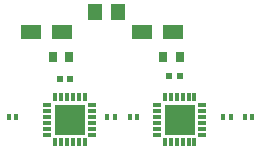
<source format=gtp>
G04*
G04 #@! TF.GenerationSoftware,Altium Limited,Altium Designer,24.9.1 (31)*
G04*
G04 Layer_Color=8421504*
%FSLAX44Y44*%
%MOMM*%
G71*
G04*
G04 #@! TF.SameCoordinates,74FA2723-76CF-4406-9281-C9FC91C6961B*
G04*
G04*
G04 #@! TF.FilePolarity,Positive*
G04*
G01*
G75*
%ADD13R,2.5000X2.5000*%
%ADD14R,0.3500X0.7000*%
%ADD15R,0.7000X0.3500*%
%ADD16R,0.4000X0.5379*%
%ADD17R,1.2850X1.4700*%
%ADD18R,2.5500X2.5500*%
%ADD19R,0.7500X0.9400*%
%ADD20R,0.6000X0.6200*%
%ADD21R,1.8000X1.2500*%
D13*
X75987Y69501D02*
D03*
X169000Y69501D02*
D03*
D14*
X63487Y88501D02*
D03*
X68487D02*
D03*
X73487D02*
D03*
X78487D02*
D03*
X83487D02*
D03*
X88487D02*
D03*
Y50501D02*
D03*
X83487D02*
D03*
X78487D02*
D03*
X73487D02*
D03*
X68487D02*
D03*
X63487D02*
D03*
X156500Y88501D02*
D03*
X161500D02*
D03*
X166500D02*
D03*
X171500D02*
D03*
X176500D02*
D03*
X181500D02*
D03*
Y50501D02*
D03*
X176500D02*
D03*
X171500D02*
D03*
X166500D02*
D03*
X161500D02*
D03*
X156500D02*
D03*
X63487Y88501D02*
D03*
X68487D02*
D03*
X73487D02*
D03*
X78487D02*
D03*
X83487D02*
D03*
X88487Y50501D02*
D03*
X83487D02*
D03*
X78487D02*
D03*
X73487D02*
D03*
X68487D02*
D03*
X63487D02*
D03*
X88487Y88501D02*
D03*
X156500Y88501D02*
D03*
X161500D02*
D03*
X166500D02*
D03*
X171500D02*
D03*
X176500D02*
D03*
X181500Y50501D02*
D03*
X176500D02*
D03*
X171500D02*
D03*
X166500D02*
D03*
X161500D02*
D03*
X156500D02*
D03*
X181500Y88501D02*
D03*
D15*
X94987Y82001D02*
D03*
Y77001D02*
D03*
Y72001D02*
D03*
Y67001D02*
D03*
Y62001D02*
D03*
Y57001D02*
D03*
X56987D02*
D03*
Y62001D02*
D03*
Y67001D02*
D03*
Y72001D02*
D03*
Y77001D02*
D03*
Y82001D02*
D03*
X188000Y82001D02*
D03*
Y77001D02*
D03*
Y72001D02*
D03*
Y67001D02*
D03*
Y62001D02*
D03*
Y57001D02*
D03*
X150000D02*
D03*
Y62001D02*
D03*
Y67001D02*
D03*
Y72001D02*
D03*
Y77001D02*
D03*
Y82001D02*
D03*
X94987Y82001D02*
D03*
Y57001D02*
D03*
Y77001D02*
D03*
Y72001D02*
D03*
Y67001D02*
D03*
X56987Y57001D02*
D03*
Y62001D02*
D03*
Y67001D02*
D03*
Y72001D02*
D03*
Y77001D02*
D03*
Y82001D02*
D03*
X94987Y62001D02*
D03*
X188000Y82001D02*
D03*
Y57001D02*
D03*
Y77001D02*
D03*
Y72001D02*
D03*
Y67001D02*
D03*
X150000Y57001D02*
D03*
Y62001D02*
D03*
Y67001D02*
D03*
Y72001D02*
D03*
Y77001D02*
D03*
Y82001D02*
D03*
X188000Y62001D02*
D03*
D16*
X133000Y72000D02*
D03*
X127000D02*
D03*
X224000D02*
D03*
X230000D02*
D03*
X212250D02*
D03*
X205750D02*
D03*
X114250D02*
D03*
X107750D02*
D03*
X30630D02*
D03*
X24130D02*
D03*
D17*
X97270Y161000D02*
D03*
X116730D02*
D03*
D18*
X75987Y69501D02*
D03*
X169000Y69501D02*
D03*
D19*
X154870Y122898D02*
D03*
X168870D02*
D03*
X61344D02*
D03*
X75344D02*
D03*
D20*
X169074Y106199D02*
D03*
X159874D02*
D03*
X76512Y104163D02*
D03*
X67312D02*
D03*
D21*
X163195Y144000D02*
D03*
X137195D02*
D03*
X69477D02*
D03*
X43477D02*
D03*
M02*

</source>
